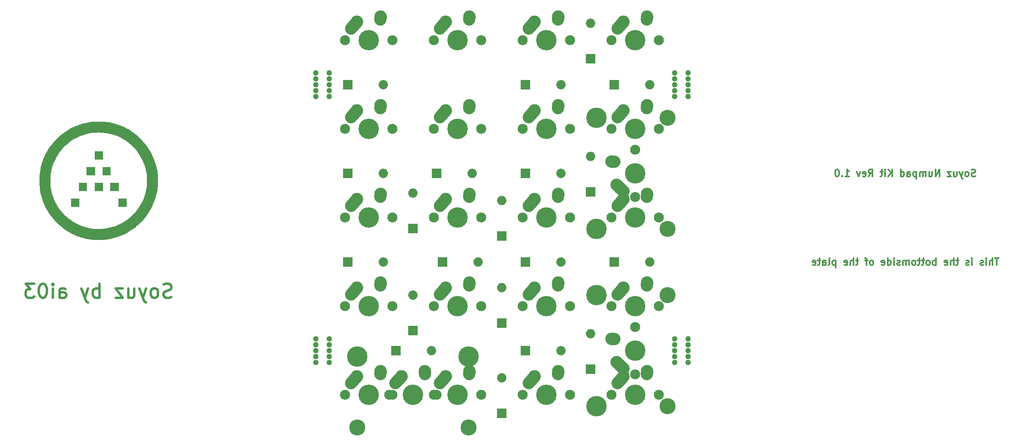
<source format=gbs>
G04 #@! TF.GenerationSoftware,KiCad,Pcbnew,(5.0.0)*
G04 #@! TF.CreationDate,2019-01-13T17:47:15-08:00*
G04 #@! TF.ProjectId,Soyuz,536F79757A2E6B696361645F70636200,rev?*
G04 #@! TF.SameCoordinates,Original*
G04 #@! TF.FileFunction,Soldermask,Bot*
G04 #@! TF.FilePolarity,Negative*
%FSLAX46Y46*%
G04 Gerber Fmt 4.6, Leading zero omitted, Abs format (unit mm)*
G04 Created by KiCad (PCBNEW (5.0.0)) date 01/13/19 17:47:15*
%MOMM*%
%LPD*%
G01*
G04 APERTURE LIST*
%ADD10C,0.500000*%
%ADD11C,0.300000*%
%ADD12C,0.010000*%
%ADD13O,2.000000X2.000000*%
%ADD14R,2.000000X2.000000*%
%ADD15C,2.650000*%
%ADD16C,2.650000*%
%ADD17C,4.387800*%
%ADD18C,2.150000*%
%ADD19C,3.448000*%
%ADD20C,1.187400*%
G04 APERTURE END LIST*
D10*
X-2613392Y-94876785D02*
X-3041964Y-95019642D01*
X-3756250Y-95019642D01*
X-4041964Y-94876785D01*
X-4184821Y-94733928D01*
X-4327678Y-94448214D01*
X-4327678Y-94162500D01*
X-4184821Y-93876785D01*
X-4041964Y-93733928D01*
X-3756250Y-93591071D01*
X-3184821Y-93448214D01*
X-2899107Y-93305357D01*
X-2756250Y-93162500D01*
X-2613392Y-92876785D01*
X-2613392Y-92591071D01*
X-2756250Y-92305357D01*
X-2899107Y-92162500D01*
X-3184821Y-92019642D01*
X-3899107Y-92019642D01*
X-4327678Y-92162500D01*
X-6041964Y-95019642D02*
X-5756250Y-94876785D01*
X-5613392Y-94733928D01*
X-5470535Y-94448214D01*
X-5470535Y-93591071D01*
X-5613392Y-93305357D01*
X-5756250Y-93162500D01*
X-6041964Y-93019642D01*
X-6470535Y-93019642D01*
X-6756250Y-93162500D01*
X-6899107Y-93305357D01*
X-7041964Y-93591071D01*
X-7041964Y-94448214D01*
X-6899107Y-94733928D01*
X-6756250Y-94876785D01*
X-6470535Y-95019642D01*
X-6041964Y-95019642D01*
X-8041964Y-93019642D02*
X-8756250Y-95019642D01*
X-9470535Y-93019642D02*
X-8756250Y-95019642D01*
X-8470535Y-95733928D01*
X-8327678Y-95876785D01*
X-8041964Y-96019642D01*
X-11899107Y-93019642D02*
X-11899107Y-95019642D01*
X-10613392Y-93019642D02*
X-10613392Y-94591071D01*
X-10756250Y-94876785D01*
X-11041964Y-95019642D01*
X-11470535Y-95019642D01*
X-11756250Y-94876785D01*
X-11899107Y-94733928D01*
X-13041964Y-93019642D02*
X-14613392Y-93019642D01*
X-13041964Y-95019642D01*
X-14613392Y-95019642D01*
X-18041964Y-95019642D02*
X-18041964Y-92019642D01*
X-18041964Y-93162500D02*
X-18327678Y-93019642D01*
X-18899107Y-93019642D01*
X-19184821Y-93162500D01*
X-19327678Y-93305357D01*
X-19470535Y-93591071D01*
X-19470535Y-94448214D01*
X-19327678Y-94733928D01*
X-19184821Y-94876785D01*
X-18899107Y-95019642D01*
X-18327678Y-95019642D01*
X-18041964Y-94876785D01*
X-20470535Y-93019642D02*
X-21184821Y-95019642D01*
X-21899107Y-93019642D02*
X-21184821Y-95019642D01*
X-20899107Y-95733928D01*
X-20756249Y-95876785D01*
X-20470535Y-96019642D01*
X-26613392Y-95019642D02*
X-26613392Y-93448214D01*
X-26470535Y-93162500D01*
X-26184821Y-93019642D01*
X-25613392Y-93019642D01*
X-25327678Y-93162500D01*
X-26613392Y-94876785D02*
X-26327678Y-95019642D01*
X-25613392Y-95019642D01*
X-25327678Y-94876785D01*
X-25184821Y-94591071D01*
X-25184821Y-94305357D01*
X-25327678Y-94019642D01*
X-25613392Y-93876785D01*
X-26327678Y-93876785D01*
X-26613392Y-93733928D01*
X-28041964Y-95019642D02*
X-28041964Y-93019642D01*
X-28041964Y-92019642D02*
X-27899107Y-92162500D01*
X-28041964Y-92305357D01*
X-28184821Y-92162500D01*
X-28041964Y-92019642D01*
X-28041964Y-92305357D01*
X-30041964Y-92019642D02*
X-30327678Y-92019642D01*
X-30613392Y-92162500D01*
X-30756249Y-92305357D01*
X-30899107Y-92591071D01*
X-31041964Y-93162500D01*
X-31041964Y-93876785D01*
X-30899107Y-94448214D01*
X-30756249Y-94733928D01*
X-30613392Y-94876785D01*
X-30327678Y-95019642D01*
X-30041964Y-95019642D01*
X-29756249Y-94876785D01*
X-29613392Y-94733928D01*
X-29470535Y-94448214D01*
X-29327678Y-93876785D01*
X-29327678Y-93162500D01*
X-29470535Y-92591071D01*
X-29613392Y-92305357D01*
X-29756249Y-92162500D01*
X-30041964Y-92019642D01*
X-32041964Y-92019642D02*
X-33899107Y-92019642D01*
X-32899107Y-93162500D01*
X-33327678Y-93162500D01*
X-33613392Y-93305357D01*
X-33756249Y-93448214D01*
X-33899107Y-93733928D01*
X-33899107Y-94448214D01*
X-33756249Y-94733928D01*
X-33613392Y-94876785D01*
X-33327678Y-95019642D01*
X-32470535Y-95019642D01*
X-32184821Y-94876785D01*
X-32041964Y-94733928D01*
D11*
X174852678Y-86491071D02*
X173995535Y-86491071D01*
X174424107Y-87991071D02*
X174424107Y-86491071D01*
X173495535Y-87991071D02*
X173495535Y-86491071D01*
X172852678Y-87991071D02*
X172852678Y-87205357D01*
X172924107Y-87062500D01*
X173066964Y-86991071D01*
X173281250Y-86991071D01*
X173424107Y-87062500D01*
X173495535Y-87133928D01*
X172138392Y-87991071D02*
X172138392Y-86991071D01*
X172138392Y-86491071D02*
X172209821Y-86562500D01*
X172138392Y-86633928D01*
X172066964Y-86562500D01*
X172138392Y-86491071D01*
X172138392Y-86633928D01*
X171495535Y-87919642D02*
X171352678Y-87991071D01*
X171066964Y-87991071D01*
X170924107Y-87919642D01*
X170852678Y-87776785D01*
X170852678Y-87705357D01*
X170924107Y-87562500D01*
X171066964Y-87491071D01*
X171281250Y-87491071D01*
X171424107Y-87419642D01*
X171495535Y-87276785D01*
X171495535Y-87205357D01*
X171424107Y-87062500D01*
X171281250Y-86991071D01*
X171066964Y-86991071D01*
X170924107Y-87062500D01*
X169066964Y-87991071D02*
X169066964Y-86991071D01*
X169066964Y-86491071D02*
X169138392Y-86562500D01*
X169066964Y-86633928D01*
X168995535Y-86562500D01*
X169066964Y-86491071D01*
X169066964Y-86633928D01*
X168424107Y-87919642D02*
X168281250Y-87991071D01*
X167995535Y-87991071D01*
X167852678Y-87919642D01*
X167781250Y-87776785D01*
X167781250Y-87705357D01*
X167852678Y-87562500D01*
X167995535Y-87491071D01*
X168209821Y-87491071D01*
X168352678Y-87419642D01*
X168424107Y-87276785D01*
X168424107Y-87205357D01*
X168352678Y-87062500D01*
X168209821Y-86991071D01*
X167995535Y-86991071D01*
X167852678Y-87062500D01*
X166209821Y-86991071D02*
X165638392Y-86991071D01*
X165995535Y-86491071D02*
X165995535Y-87776785D01*
X165924107Y-87919642D01*
X165781250Y-87991071D01*
X165638392Y-87991071D01*
X165138392Y-87991071D02*
X165138392Y-86491071D01*
X164495535Y-87991071D02*
X164495535Y-87205357D01*
X164566964Y-87062500D01*
X164709821Y-86991071D01*
X164924107Y-86991071D01*
X165066964Y-87062500D01*
X165138392Y-87133928D01*
X163209821Y-87919642D02*
X163352678Y-87991071D01*
X163638392Y-87991071D01*
X163781250Y-87919642D01*
X163852678Y-87776785D01*
X163852678Y-87205357D01*
X163781250Y-87062500D01*
X163638392Y-86991071D01*
X163352678Y-86991071D01*
X163209821Y-87062500D01*
X163138392Y-87205357D01*
X163138392Y-87348214D01*
X163852678Y-87491071D01*
X161352678Y-87991071D02*
X161352678Y-86491071D01*
X161352678Y-87062500D02*
X161209821Y-86991071D01*
X160924107Y-86991071D01*
X160781250Y-87062500D01*
X160709821Y-87133928D01*
X160638392Y-87276785D01*
X160638392Y-87705357D01*
X160709821Y-87848214D01*
X160781250Y-87919642D01*
X160924107Y-87991071D01*
X161209821Y-87991071D01*
X161352678Y-87919642D01*
X159781250Y-87991071D02*
X159924107Y-87919642D01*
X159995535Y-87848214D01*
X160066964Y-87705357D01*
X160066964Y-87276785D01*
X159995535Y-87133928D01*
X159924107Y-87062500D01*
X159781250Y-86991071D01*
X159566964Y-86991071D01*
X159424107Y-87062500D01*
X159352678Y-87133928D01*
X159281250Y-87276785D01*
X159281250Y-87705357D01*
X159352678Y-87848214D01*
X159424107Y-87919642D01*
X159566964Y-87991071D01*
X159781250Y-87991071D01*
X158852678Y-86991071D02*
X158281250Y-86991071D01*
X158638392Y-86491071D02*
X158638392Y-87776785D01*
X158566964Y-87919642D01*
X158424107Y-87991071D01*
X158281250Y-87991071D01*
X157995535Y-86991071D02*
X157424107Y-86991071D01*
X157781250Y-86491071D02*
X157781250Y-87776785D01*
X157709821Y-87919642D01*
X157566964Y-87991071D01*
X157424107Y-87991071D01*
X156709821Y-87991071D02*
X156852678Y-87919642D01*
X156924107Y-87848214D01*
X156995535Y-87705357D01*
X156995535Y-87276785D01*
X156924107Y-87133928D01*
X156852678Y-87062500D01*
X156709821Y-86991071D01*
X156495535Y-86991071D01*
X156352678Y-87062500D01*
X156281250Y-87133928D01*
X156209821Y-87276785D01*
X156209821Y-87705357D01*
X156281250Y-87848214D01*
X156352678Y-87919642D01*
X156495535Y-87991071D01*
X156709821Y-87991071D01*
X155566964Y-87991071D02*
X155566964Y-86991071D01*
X155566964Y-87133928D02*
X155495535Y-87062500D01*
X155352678Y-86991071D01*
X155138392Y-86991071D01*
X154995535Y-87062500D01*
X154924107Y-87205357D01*
X154924107Y-87991071D01*
X154924107Y-87205357D02*
X154852678Y-87062500D01*
X154709821Y-86991071D01*
X154495535Y-86991071D01*
X154352678Y-87062500D01*
X154281250Y-87205357D01*
X154281250Y-87991071D01*
X153638392Y-87919642D02*
X153495535Y-87991071D01*
X153209821Y-87991071D01*
X153066964Y-87919642D01*
X152995535Y-87776785D01*
X152995535Y-87705357D01*
X153066964Y-87562500D01*
X153209821Y-87491071D01*
X153424107Y-87491071D01*
X153566964Y-87419642D01*
X153638392Y-87276785D01*
X153638392Y-87205357D01*
X153566964Y-87062500D01*
X153424107Y-86991071D01*
X153209821Y-86991071D01*
X153066964Y-87062500D01*
X152352678Y-87991071D02*
X152352678Y-86991071D01*
X152352678Y-86491071D02*
X152424107Y-86562500D01*
X152352678Y-86633928D01*
X152281250Y-86562500D01*
X152352678Y-86491071D01*
X152352678Y-86633928D01*
X150995535Y-87991071D02*
X150995535Y-86491071D01*
X150995535Y-87919642D02*
X151138392Y-87991071D01*
X151424107Y-87991071D01*
X151566964Y-87919642D01*
X151638392Y-87848214D01*
X151709821Y-87705357D01*
X151709821Y-87276785D01*
X151638392Y-87133928D01*
X151566964Y-87062500D01*
X151424107Y-86991071D01*
X151138392Y-86991071D01*
X150995535Y-87062500D01*
X149709821Y-87919642D02*
X149852678Y-87991071D01*
X150138392Y-87991071D01*
X150281250Y-87919642D01*
X150352678Y-87776785D01*
X150352678Y-87205357D01*
X150281250Y-87062500D01*
X150138392Y-86991071D01*
X149852678Y-86991071D01*
X149709821Y-87062500D01*
X149638392Y-87205357D01*
X149638392Y-87348214D01*
X150352678Y-87491071D01*
X147638392Y-87991071D02*
X147781250Y-87919642D01*
X147852678Y-87848214D01*
X147924107Y-87705357D01*
X147924107Y-87276785D01*
X147852678Y-87133928D01*
X147781250Y-87062500D01*
X147638392Y-86991071D01*
X147424107Y-86991071D01*
X147281250Y-87062500D01*
X147209821Y-87133928D01*
X147138392Y-87276785D01*
X147138392Y-87705357D01*
X147209821Y-87848214D01*
X147281250Y-87919642D01*
X147424107Y-87991071D01*
X147638392Y-87991071D01*
X146709821Y-86991071D02*
X146138392Y-86991071D01*
X146495535Y-87991071D02*
X146495535Y-86705357D01*
X146424107Y-86562500D01*
X146281250Y-86491071D01*
X146138392Y-86491071D01*
X144709821Y-86991071D02*
X144138392Y-86991071D01*
X144495535Y-86491071D02*
X144495535Y-87776785D01*
X144424107Y-87919642D01*
X144281250Y-87991071D01*
X144138392Y-87991071D01*
X143638392Y-87991071D02*
X143638392Y-86491071D01*
X142995535Y-87991071D02*
X142995535Y-87205357D01*
X143066964Y-87062500D01*
X143209821Y-86991071D01*
X143424107Y-86991071D01*
X143566964Y-87062500D01*
X143638392Y-87133928D01*
X141709821Y-87919642D02*
X141852678Y-87991071D01*
X142138392Y-87991071D01*
X142281250Y-87919642D01*
X142352678Y-87776785D01*
X142352678Y-87205357D01*
X142281250Y-87062500D01*
X142138392Y-86991071D01*
X141852678Y-86991071D01*
X141709821Y-87062500D01*
X141638392Y-87205357D01*
X141638392Y-87348214D01*
X142352678Y-87491071D01*
X139852678Y-86991071D02*
X139852678Y-88491071D01*
X139852678Y-87062500D02*
X139709821Y-86991071D01*
X139424107Y-86991071D01*
X139281250Y-87062500D01*
X139209821Y-87133928D01*
X139138392Y-87276785D01*
X139138392Y-87705357D01*
X139209821Y-87848214D01*
X139281250Y-87919642D01*
X139424107Y-87991071D01*
X139709821Y-87991071D01*
X139852678Y-87919642D01*
X138281250Y-87991071D02*
X138424107Y-87919642D01*
X138495535Y-87776785D01*
X138495535Y-86491071D01*
X137066964Y-87991071D02*
X137066964Y-87205357D01*
X137138392Y-87062500D01*
X137281250Y-86991071D01*
X137566964Y-86991071D01*
X137709821Y-87062500D01*
X137066964Y-87919642D02*
X137209821Y-87991071D01*
X137566964Y-87991071D01*
X137709821Y-87919642D01*
X137781250Y-87776785D01*
X137781250Y-87633928D01*
X137709821Y-87491071D01*
X137566964Y-87419642D01*
X137209821Y-87419642D01*
X137066964Y-87348214D01*
X136566964Y-86991071D02*
X135995535Y-86991071D01*
X136352678Y-86491071D02*
X136352678Y-87776785D01*
X136281250Y-87919642D01*
X136138392Y-87991071D01*
X135995535Y-87991071D01*
X134924107Y-87919642D02*
X135066964Y-87991071D01*
X135352678Y-87991071D01*
X135495535Y-87919642D01*
X135566964Y-87776785D01*
X135566964Y-87205357D01*
X135495535Y-87062500D01*
X135352678Y-86991071D01*
X135066964Y-86991071D01*
X134924107Y-87062500D01*
X134852678Y-87205357D01*
X134852678Y-87348214D01*
X135566964Y-87491071D01*
X169816964Y-68869642D02*
X169602678Y-68941071D01*
X169245535Y-68941071D01*
X169102678Y-68869642D01*
X169031250Y-68798214D01*
X168959821Y-68655357D01*
X168959821Y-68512500D01*
X169031250Y-68369642D01*
X169102678Y-68298214D01*
X169245535Y-68226785D01*
X169531250Y-68155357D01*
X169674107Y-68083928D01*
X169745535Y-68012500D01*
X169816964Y-67869642D01*
X169816964Y-67726785D01*
X169745535Y-67583928D01*
X169674107Y-67512500D01*
X169531250Y-67441071D01*
X169174107Y-67441071D01*
X168959821Y-67512500D01*
X168102678Y-68941071D02*
X168245535Y-68869642D01*
X168316964Y-68798214D01*
X168388392Y-68655357D01*
X168388392Y-68226785D01*
X168316964Y-68083928D01*
X168245535Y-68012500D01*
X168102678Y-67941071D01*
X167888392Y-67941071D01*
X167745535Y-68012500D01*
X167674107Y-68083928D01*
X167602678Y-68226785D01*
X167602678Y-68655357D01*
X167674107Y-68798214D01*
X167745535Y-68869642D01*
X167888392Y-68941071D01*
X168102678Y-68941071D01*
X167102678Y-67941071D02*
X166745535Y-68941071D01*
X166388392Y-67941071D02*
X166745535Y-68941071D01*
X166888392Y-69298214D01*
X166959821Y-69369642D01*
X167102678Y-69441071D01*
X165174107Y-67941071D02*
X165174107Y-68941071D01*
X165816964Y-67941071D02*
X165816964Y-68726785D01*
X165745535Y-68869642D01*
X165602678Y-68941071D01*
X165388392Y-68941071D01*
X165245535Y-68869642D01*
X165174107Y-68798214D01*
X164602678Y-67941071D02*
X163816964Y-67941071D01*
X164602678Y-68941071D01*
X163816964Y-68941071D01*
X162102678Y-68941071D02*
X162102678Y-67441071D01*
X161245535Y-68941071D01*
X161245535Y-67441071D01*
X159888392Y-67941071D02*
X159888392Y-68941071D01*
X160531250Y-67941071D02*
X160531250Y-68726785D01*
X160459821Y-68869642D01*
X160316964Y-68941071D01*
X160102678Y-68941071D01*
X159959821Y-68869642D01*
X159888392Y-68798214D01*
X159174107Y-68941071D02*
X159174107Y-67941071D01*
X159174107Y-68083928D02*
X159102678Y-68012500D01*
X158959821Y-67941071D01*
X158745535Y-67941071D01*
X158602678Y-68012500D01*
X158531250Y-68155357D01*
X158531250Y-68941071D01*
X158531250Y-68155357D02*
X158459821Y-68012500D01*
X158316964Y-67941071D01*
X158102678Y-67941071D01*
X157959821Y-68012500D01*
X157888392Y-68155357D01*
X157888392Y-68941071D01*
X157174107Y-67941071D02*
X157174107Y-69441071D01*
X157174107Y-68012500D02*
X157031250Y-67941071D01*
X156745535Y-67941071D01*
X156602678Y-68012500D01*
X156531250Y-68083928D01*
X156459821Y-68226785D01*
X156459821Y-68655357D01*
X156531250Y-68798214D01*
X156602678Y-68869642D01*
X156745535Y-68941071D01*
X157031250Y-68941071D01*
X157174107Y-68869642D01*
X155174107Y-68941071D02*
X155174107Y-68155357D01*
X155245535Y-68012500D01*
X155388392Y-67941071D01*
X155674107Y-67941071D01*
X155816964Y-68012500D01*
X155174107Y-68869642D02*
X155316964Y-68941071D01*
X155674107Y-68941071D01*
X155816964Y-68869642D01*
X155888392Y-68726785D01*
X155888392Y-68583928D01*
X155816964Y-68441071D01*
X155674107Y-68369642D01*
X155316964Y-68369642D01*
X155174107Y-68298214D01*
X153816964Y-68941071D02*
X153816964Y-67441071D01*
X153816964Y-68869642D02*
X153959821Y-68941071D01*
X154245535Y-68941071D01*
X154388392Y-68869642D01*
X154459821Y-68798214D01*
X154531250Y-68655357D01*
X154531250Y-68226785D01*
X154459821Y-68083928D01*
X154388392Y-68012500D01*
X154245535Y-67941071D01*
X153959821Y-67941071D01*
X153816964Y-68012500D01*
X151959821Y-68941071D02*
X151959821Y-67441071D01*
X151102678Y-68941071D02*
X151745535Y-68083928D01*
X151102678Y-67441071D02*
X151959821Y-68298214D01*
X150459821Y-68941071D02*
X150459821Y-67941071D01*
X150459821Y-67441071D02*
X150531250Y-67512500D01*
X150459821Y-67583928D01*
X150388392Y-67512500D01*
X150459821Y-67441071D01*
X150459821Y-67583928D01*
X149959821Y-67941071D02*
X149388392Y-67941071D01*
X149745535Y-67441071D02*
X149745535Y-68726785D01*
X149674107Y-68869642D01*
X149531250Y-68941071D01*
X149388392Y-68941071D01*
X146888392Y-68941071D02*
X147388392Y-68226785D01*
X147745535Y-68941071D02*
X147745535Y-67441071D01*
X147174107Y-67441071D01*
X147031250Y-67512500D01*
X146959821Y-67583928D01*
X146888392Y-67726785D01*
X146888392Y-67941071D01*
X146959821Y-68083928D01*
X147031250Y-68155357D01*
X147174107Y-68226785D01*
X147745535Y-68226785D01*
X145674107Y-68869642D02*
X145816964Y-68941071D01*
X146102678Y-68941071D01*
X146245535Y-68869642D01*
X146316964Y-68726785D01*
X146316964Y-68155357D01*
X146245535Y-68012500D01*
X146102678Y-67941071D01*
X145816964Y-67941071D01*
X145674107Y-68012500D01*
X145602678Y-68155357D01*
X145602678Y-68298214D01*
X146316964Y-68441071D01*
X145102678Y-67941071D02*
X144745535Y-68941071D01*
X144388392Y-67941071D01*
X141888392Y-68941071D02*
X142745535Y-68941071D01*
X142316964Y-68941071D02*
X142316964Y-67441071D01*
X142459821Y-67655357D01*
X142602678Y-67798214D01*
X142745535Y-67869642D01*
X141245535Y-68798214D02*
X141174107Y-68869642D01*
X141245535Y-68941071D01*
X141316964Y-68869642D01*
X141245535Y-68798214D01*
X141245535Y-68941071D01*
X140245535Y-67441071D02*
X140102678Y-67441071D01*
X139959821Y-67512500D01*
X139888392Y-67583928D01*
X139816964Y-67726785D01*
X139745535Y-68012500D01*
X139745535Y-68369642D01*
X139816964Y-68655357D01*
X139888392Y-68798214D01*
X139959821Y-68869642D01*
X140102678Y-68941071D01*
X140245535Y-68941071D01*
X140388392Y-68869642D01*
X140459821Y-68798214D01*
X140531250Y-68655357D01*
X140602678Y-68369642D01*
X140602678Y-68012500D01*
X140531250Y-67726785D01*
X140459821Y-67583928D01*
X140388392Y-67512500D01*
X140245535Y-67441071D01*
D12*
G04 #@! TO.C,G\002A\002A\002A*
G36*
X-19069049Y-65244133D02*
X-17341850Y-65244133D01*
X-17341850Y-63516933D01*
X-19069049Y-63516933D01*
X-19069049Y-65244133D01*
X-19069049Y-65244133D01*
G37*
X-19069049Y-65244133D02*
X-17341850Y-65244133D01*
X-17341850Y-63516933D01*
X-19069049Y-63516933D01*
X-19069049Y-65244133D01*
G36*
X-20796249Y-68596933D02*
X-19069049Y-68596933D01*
X-19069049Y-66971333D01*
X-20796249Y-66971333D01*
X-20796249Y-68596933D01*
X-20796249Y-68596933D01*
G37*
X-20796249Y-68596933D02*
X-19069049Y-68596933D01*
X-19069049Y-66971333D01*
X-20796249Y-66971333D01*
X-20796249Y-68596933D01*
G36*
X-17341850Y-68596933D02*
X-15716250Y-68596933D01*
X-15716250Y-66971333D01*
X-17341850Y-66971333D01*
X-17341850Y-68596933D01*
X-17341850Y-68596933D01*
G37*
X-17341850Y-68596933D02*
X-15716250Y-68596933D01*
X-15716250Y-66971333D01*
X-17341850Y-66971333D01*
X-17341850Y-68596933D01*
G36*
X-22421850Y-72051333D02*
X-20796249Y-72051333D01*
X-20796249Y-70324133D01*
X-22421850Y-70324133D01*
X-22421850Y-72051333D01*
X-22421850Y-72051333D01*
G37*
X-22421850Y-72051333D02*
X-20796249Y-72051333D01*
X-20796249Y-70324133D01*
X-22421850Y-70324133D01*
X-22421850Y-72051333D01*
G36*
X-19069049Y-72051333D02*
X-17341850Y-72051333D01*
X-17341850Y-70324133D01*
X-19069049Y-70324133D01*
X-19069049Y-72051333D01*
X-19069049Y-72051333D01*
G37*
X-19069049Y-72051333D02*
X-17341850Y-72051333D01*
X-17341850Y-70324133D01*
X-19069049Y-70324133D01*
X-19069049Y-72051333D01*
G36*
X-15716250Y-72051333D02*
X-13989050Y-72051333D01*
X-13989050Y-70324133D01*
X-15716250Y-70324133D01*
X-15716250Y-72051333D01*
X-15716250Y-72051333D01*
G37*
X-15716250Y-72051333D02*
X-13989050Y-72051333D01*
X-13989050Y-70324133D01*
X-15716250Y-70324133D01*
X-15716250Y-72051333D01*
G36*
X-24149050Y-75404133D02*
X-22421850Y-75404133D01*
X-22421850Y-73676933D01*
X-24149050Y-73676933D01*
X-24149050Y-75404133D01*
X-24149050Y-75404133D01*
G37*
X-24149050Y-75404133D02*
X-22421850Y-75404133D01*
X-22421850Y-73676933D01*
X-24149050Y-73676933D01*
X-24149050Y-75404133D01*
G36*
X-13989050Y-75404133D02*
X-12261849Y-75404133D01*
X-12261849Y-73676933D01*
X-13989050Y-73676933D01*
X-13989050Y-75404133D01*
X-13989050Y-75404133D01*
G37*
X-13989050Y-75404133D02*
X-12261849Y-75404133D01*
X-12261849Y-73676933D01*
X-13989050Y-73676933D01*
X-13989050Y-75404133D01*
G36*
X-18273183Y-57169656D02*
X-18802755Y-57175504D01*
X-19279392Y-57193240D01*
X-19717123Y-57224587D01*
X-20129981Y-57271267D01*
X-20531995Y-57335003D01*
X-20937196Y-57417517D01*
X-21359615Y-57520532D01*
X-21552803Y-57572318D01*
X-22442605Y-57850667D01*
X-23304847Y-58189164D01*
X-24136261Y-58586117D01*
X-24933580Y-59039836D01*
X-25693537Y-59548629D01*
X-26342690Y-60052097D01*
X-27015409Y-60652525D01*
X-27644046Y-61298691D01*
X-28225683Y-61986040D01*
X-28757404Y-62710018D01*
X-29236291Y-63466070D01*
X-29659427Y-64249640D01*
X-30023895Y-65056173D01*
X-30326778Y-65881116D01*
X-30534795Y-66597960D01*
X-30675896Y-67195233D01*
X-30784099Y-67758158D01*
X-30862574Y-68309720D01*
X-30914490Y-68872904D01*
X-30943015Y-69470693D01*
X-30945804Y-69579066D01*
X-30934201Y-70510466D01*
X-30856570Y-71426875D01*
X-30712934Y-72328167D01*
X-30503317Y-73214218D01*
X-30227743Y-74084900D01*
X-29953835Y-74784344D01*
X-29834018Y-75062808D01*
X-29731352Y-75293881D01*
X-29638045Y-75493147D01*
X-29546305Y-75676189D01*
X-29448340Y-75858589D01*
X-29336358Y-76055931D01*
X-29212091Y-76267733D01*
X-28703424Y-77062490D01*
X-28148311Y-77807984D01*
X-27546186Y-78504783D01*
X-26896484Y-79153451D01*
X-26198638Y-79754554D01*
X-25452085Y-80308657D01*
X-24673983Y-80805841D01*
X-24448577Y-80937975D01*
X-24252681Y-81048808D01*
X-24070713Y-81146131D01*
X-23887089Y-81237736D01*
X-23686227Y-81331415D01*
X-23452544Y-81434960D01*
X-23190594Y-81547585D01*
X-22779998Y-81716322D01*
X-22401470Y-81857287D01*
X-22029782Y-81978833D01*
X-21639707Y-82089312D01*
X-21287316Y-82177773D01*
X-20585379Y-82329472D01*
X-19915109Y-82439026D01*
X-19257069Y-82508742D01*
X-18591818Y-82540925D01*
X-18205450Y-82543388D01*
X-17986917Y-82541191D01*
X-17781600Y-82538181D01*
X-17602910Y-82534629D01*
X-17464261Y-82530802D01*
X-17379065Y-82526971D01*
X-17375716Y-82526730D01*
X-16453375Y-82424536D01*
X-15545612Y-82258193D01*
X-14656093Y-82029057D01*
X-13788485Y-81738480D01*
X-12946452Y-81387819D01*
X-12133660Y-80978427D01*
X-11353774Y-80511659D01*
X-10709696Y-80063528D01*
X-9971871Y-79473249D01*
X-9286288Y-78840240D01*
X-8653905Y-78165900D01*
X-8075679Y-77451629D01*
X-7552566Y-76698826D01*
X-7085523Y-75908889D01*
X-6675507Y-75083217D01*
X-6323476Y-74223210D01*
X-6030385Y-73330267D01*
X-5978568Y-73146553D01*
X-5866072Y-72712231D01*
X-5774829Y-72301246D01*
X-5703115Y-71899567D01*
X-5649209Y-71493164D01*
X-5611387Y-71068005D01*
X-5587926Y-70610061D01*
X-5577105Y-70105301D01*
X-5575906Y-69866933D01*
X-5578789Y-69630726D01*
X-7848970Y-69630726D01*
X-7849412Y-69972649D01*
X-7856516Y-70312551D01*
X-7870154Y-70633089D01*
X-7890195Y-70916921D01*
X-7906066Y-71069199D01*
X-8042061Y-71911003D01*
X-8241108Y-72728562D01*
X-8502440Y-73520279D01*
X-8825292Y-74284554D01*
X-9208897Y-75019789D01*
X-9652489Y-75724386D01*
X-10155304Y-76396745D01*
X-10716573Y-77035267D01*
X-10811872Y-77134309D01*
X-11384605Y-77676493D01*
X-12006267Y-78179686D01*
X-12665341Y-78635450D01*
X-13350304Y-79035349D01*
X-13545669Y-79136415D01*
X-13863144Y-79292785D01*
X-14141508Y-79421720D01*
X-14399628Y-79530808D01*
X-14656370Y-79627637D01*
X-14930601Y-79719795D01*
X-15208250Y-79805103D01*
X-16015557Y-80015932D01*
X-16808095Y-80162922D01*
X-17592046Y-80246645D01*
X-18373594Y-80267674D01*
X-19158924Y-80226580D01*
X-19442836Y-80196797D01*
X-20242117Y-80073305D01*
X-21008330Y-79894920D01*
X-21752172Y-79658441D01*
X-22484339Y-79360672D01*
X-22898023Y-79163560D01*
X-23626053Y-78764974D01*
X-24306228Y-78322369D01*
X-24941782Y-77832822D01*
X-25535948Y-77293412D01*
X-26091958Y-76701219D01*
X-26613046Y-76053320D01*
X-27074989Y-75389240D01*
X-27182191Y-75213488D01*
X-27307303Y-74991077D01*
X-27442557Y-74737450D01*
X-27580190Y-74468053D01*
X-27712435Y-74198330D01*
X-27831527Y-73943724D01*
X-27929700Y-73719681D01*
X-27987034Y-73575333D01*
X-28255270Y-72758091D01*
X-28457492Y-71935739D01*
X-28593528Y-71110586D01*
X-28663206Y-70284943D01*
X-28666353Y-69461121D01*
X-28602797Y-68641430D01*
X-28472365Y-67828181D01*
X-28430537Y-67631733D01*
X-28286968Y-67050217D01*
X-28123524Y-66511834D01*
X-27931788Y-65992962D01*
X-27703346Y-65469977D01*
X-27542665Y-65139419D01*
X-27142858Y-64419002D01*
X-26687074Y-63734472D01*
X-26178588Y-63088903D01*
X-25620676Y-62485366D01*
X-25016614Y-61926933D01*
X-24369676Y-61416676D01*
X-23683139Y-60957668D01*
X-22960278Y-60552981D01*
X-22345104Y-60264846D01*
X-21612822Y-59981562D01*
X-20876593Y-59759704D01*
X-20127847Y-59597534D01*
X-19358013Y-59493310D01*
X-18558523Y-59445293D01*
X-18290116Y-59441496D01*
X-17444914Y-59468677D01*
X-16627302Y-59556758D01*
X-15833980Y-59706739D01*
X-15061645Y-59919617D01*
X-14306996Y-60196390D01*
X-13566730Y-60538057D01*
X-12837546Y-60945615D01*
X-12407906Y-61219575D01*
X-11812991Y-61652760D01*
X-11240413Y-62141319D01*
X-10697171Y-62677045D01*
X-10190266Y-63251731D01*
X-9726698Y-63857171D01*
X-9313466Y-64485159D01*
X-8957570Y-65127487D01*
X-8809108Y-65438608D01*
X-8547122Y-66056674D01*
X-8332802Y-66650759D01*
X-8161041Y-67239337D01*
X-8026727Y-67840885D01*
X-7924754Y-68473876D01*
X-7888910Y-68766266D01*
X-7868590Y-69010192D01*
X-7855320Y-69304126D01*
X-7848970Y-69630726D01*
X-5578789Y-69630726D01*
X-5583353Y-69256819D01*
X-5608414Y-68698454D01*
X-5653531Y-68177572D01*
X-5721146Y-67679909D01*
X-5813700Y-67191202D01*
X-5933634Y-66697186D01*
X-6083390Y-66183596D01*
X-6265410Y-65636169D01*
X-6332372Y-65447333D01*
X-6666813Y-64616531D01*
X-7062932Y-63812973D01*
X-7519917Y-63037776D01*
X-8036953Y-62292062D01*
X-8613227Y-61576948D01*
X-9247924Y-60893554D01*
X-9940231Y-60243000D01*
X-10396072Y-59858232D01*
X-10762274Y-59578794D01*
X-11178441Y-59291536D01*
X-11629040Y-59005893D01*
X-12098537Y-58731302D01*
X-12571400Y-58477198D01*
X-13032095Y-58253019D01*
X-13057716Y-58241315D01*
X-13356215Y-58113858D01*
X-13702588Y-57979945D01*
X-14078189Y-57845888D01*
X-14464373Y-57717996D01*
X-14842496Y-57602581D01*
X-15193910Y-57505952D01*
X-15329956Y-57472274D01*
X-15727714Y-57383666D01*
X-16107337Y-57312582D01*
X-16482824Y-57257583D01*
X-16868172Y-57217230D01*
X-17277382Y-57190083D01*
X-17724450Y-57174704D01*
X-18223376Y-57169652D01*
X-18273183Y-57169656D01*
X-18273183Y-57169656D01*
G37*
X-18273183Y-57169656D02*
X-18802755Y-57175504D01*
X-19279392Y-57193240D01*
X-19717123Y-57224587D01*
X-20129981Y-57271267D01*
X-20531995Y-57335003D01*
X-20937196Y-57417517D01*
X-21359615Y-57520532D01*
X-21552803Y-57572318D01*
X-22442605Y-57850667D01*
X-23304847Y-58189164D01*
X-24136261Y-58586117D01*
X-24933580Y-59039836D01*
X-25693537Y-59548629D01*
X-26342690Y-60052097D01*
X-27015409Y-60652525D01*
X-27644046Y-61298691D01*
X-28225683Y-61986040D01*
X-28757404Y-62710018D01*
X-29236291Y-63466070D01*
X-29659427Y-64249640D01*
X-30023895Y-65056173D01*
X-30326778Y-65881116D01*
X-30534795Y-66597960D01*
X-30675896Y-67195233D01*
X-30784099Y-67758158D01*
X-30862574Y-68309720D01*
X-30914490Y-68872904D01*
X-30943015Y-69470693D01*
X-30945804Y-69579066D01*
X-30934201Y-70510466D01*
X-30856570Y-71426875D01*
X-30712934Y-72328167D01*
X-30503317Y-73214218D01*
X-30227743Y-74084900D01*
X-29953835Y-74784344D01*
X-29834018Y-75062808D01*
X-29731352Y-75293881D01*
X-29638045Y-75493147D01*
X-29546305Y-75676189D01*
X-29448340Y-75858589D01*
X-29336358Y-76055931D01*
X-29212091Y-76267733D01*
X-28703424Y-77062490D01*
X-28148311Y-77807984D01*
X-27546186Y-78504783D01*
X-26896484Y-79153451D01*
X-26198638Y-79754554D01*
X-25452085Y-80308657D01*
X-24673983Y-80805841D01*
X-24448577Y-80937975D01*
X-24252681Y-81048808D01*
X-24070713Y-81146131D01*
X-23887089Y-81237736D01*
X-23686227Y-81331415D01*
X-23452544Y-81434960D01*
X-23190594Y-81547585D01*
X-22779998Y-81716322D01*
X-22401470Y-81857287D01*
X-22029782Y-81978833D01*
X-21639707Y-82089312D01*
X-21287316Y-82177773D01*
X-20585379Y-82329472D01*
X-19915109Y-82439026D01*
X-19257069Y-82508742D01*
X-18591818Y-82540925D01*
X-18205450Y-82543388D01*
X-17986917Y-82541191D01*
X-17781600Y-82538181D01*
X-17602910Y-82534629D01*
X-17464261Y-82530802D01*
X-17379065Y-82526971D01*
X-17375716Y-82526730D01*
X-16453375Y-82424536D01*
X-15545612Y-82258193D01*
X-14656093Y-82029057D01*
X-13788485Y-81738480D01*
X-12946452Y-81387819D01*
X-12133660Y-80978427D01*
X-11353774Y-80511659D01*
X-10709696Y-80063528D01*
X-9971871Y-79473249D01*
X-9286288Y-78840240D01*
X-8653905Y-78165900D01*
X-8075679Y-77451629D01*
X-7552566Y-76698826D01*
X-7085523Y-75908889D01*
X-6675507Y-75083217D01*
X-6323476Y-74223210D01*
X-6030385Y-73330267D01*
X-5978568Y-73146553D01*
X-5866072Y-72712231D01*
X-5774829Y-72301246D01*
X-5703115Y-71899567D01*
X-5649209Y-71493164D01*
X-5611387Y-71068005D01*
X-5587926Y-70610061D01*
X-5577105Y-70105301D01*
X-5575906Y-69866933D01*
X-5578789Y-69630726D01*
X-7848970Y-69630726D01*
X-7849412Y-69972649D01*
X-7856516Y-70312551D01*
X-7870154Y-70633089D01*
X-7890195Y-70916921D01*
X-7906066Y-71069199D01*
X-8042061Y-71911003D01*
X-8241108Y-72728562D01*
X-8502440Y-73520279D01*
X-8825292Y-74284554D01*
X-9208897Y-75019789D01*
X-9652489Y-75724386D01*
X-10155304Y-76396745D01*
X-10716573Y-77035267D01*
X-10811872Y-77134309D01*
X-11384605Y-77676493D01*
X-12006267Y-78179686D01*
X-12665341Y-78635450D01*
X-13350304Y-79035349D01*
X-13545669Y-79136415D01*
X-13863144Y-79292785D01*
X-14141508Y-79421720D01*
X-14399628Y-79530808D01*
X-14656370Y-79627637D01*
X-14930601Y-79719795D01*
X-15208250Y-79805103D01*
X-16015557Y-80015932D01*
X-16808095Y-80162922D01*
X-17592046Y-80246645D01*
X-18373594Y-80267674D01*
X-19158924Y-80226580D01*
X-19442836Y-80196797D01*
X-20242117Y-80073305D01*
X-21008330Y-79894920D01*
X-21752172Y-79658441D01*
X-22484339Y-79360672D01*
X-22898023Y-79163560D01*
X-23626053Y-78764974D01*
X-24306228Y-78322369D01*
X-24941782Y-77832822D01*
X-25535948Y-77293412D01*
X-26091958Y-76701219D01*
X-26613046Y-76053320D01*
X-27074989Y-75389240D01*
X-27182191Y-75213488D01*
X-27307303Y-74991077D01*
X-27442557Y-74737450D01*
X-27580190Y-74468053D01*
X-27712435Y-74198330D01*
X-27831527Y-73943724D01*
X-27929700Y-73719681D01*
X-27987034Y-73575333D01*
X-28255270Y-72758091D01*
X-28457492Y-71935739D01*
X-28593528Y-71110586D01*
X-28663206Y-70284943D01*
X-28666353Y-69461121D01*
X-28602797Y-68641430D01*
X-28472365Y-67828181D01*
X-28430537Y-67631733D01*
X-28286968Y-67050217D01*
X-28123524Y-66511834D01*
X-27931788Y-65992962D01*
X-27703346Y-65469977D01*
X-27542665Y-65139419D01*
X-27142858Y-64419002D01*
X-26687074Y-63734472D01*
X-26178588Y-63088903D01*
X-25620676Y-62485366D01*
X-25016614Y-61926933D01*
X-24369676Y-61416676D01*
X-23683139Y-60957668D01*
X-22960278Y-60552981D01*
X-22345104Y-60264846D01*
X-21612822Y-59981562D01*
X-20876593Y-59759704D01*
X-20127847Y-59597534D01*
X-19358013Y-59493310D01*
X-18558523Y-59445293D01*
X-18290116Y-59441496D01*
X-17444914Y-59468677D01*
X-16627302Y-59556758D01*
X-15833980Y-59706739D01*
X-15061645Y-59919617D01*
X-14306996Y-60196390D01*
X-13566730Y-60538057D01*
X-12837546Y-60945615D01*
X-12407906Y-61219575D01*
X-11812991Y-61652760D01*
X-11240413Y-62141319D01*
X-10697171Y-62677045D01*
X-10190266Y-63251731D01*
X-9726698Y-63857171D01*
X-9313466Y-64485159D01*
X-8957570Y-65127487D01*
X-8809108Y-65438608D01*
X-8547122Y-66056674D01*
X-8332802Y-66650759D01*
X-8161041Y-67239337D01*
X-8026727Y-67840885D01*
X-7924754Y-68473876D01*
X-7888910Y-68766266D01*
X-7868590Y-69010192D01*
X-7855320Y-69304126D01*
X-7848970Y-69630726D01*
X-5578789Y-69630726D01*
X-5583353Y-69256819D01*
X-5608414Y-68698454D01*
X-5653531Y-68177572D01*
X-5721146Y-67679909D01*
X-5813700Y-67191202D01*
X-5933634Y-66697186D01*
X-6083390Y-66183596D01*
X-6265410Y-65636169D01*
X-6332372Y-65447333D01*
X-6666813Y-64616531D01*
X-7062932Y-63812973D01*
X-7519917Y-63037776D01*
X-8036953Y-62292062D01*
X-8613227Y-61576948D01*
X-9247924Y-60893554D01*
X-9940231Y-60243000D01*
X-10396072Y-59858232D01*
X-10762274Y-59578794D01*
X-11178441Y-59291536D01*
X-11629040Y-59005893D01*
X-12098537Y-58731302D01*
X-12571400Y-58477198D01*
X-13032095Y-58253019D01*
X-13057716Y-58241315D01*
X-13356215Y-58113858D01*
X-13702588Y-57979945D01*
X-14078189Y-57845888D01*
X-14464373Y-57717996D01*
X-14842496Y-57602581D01*
X-15193910Y-57505952D01*
X-15329956Y-57472274D01*
X-15727714Y-57383666D01*
X-16107337Y-57312582D01*
X-16482824Y-57257583D01*
X-16868172Y-57217230D01*
X-17277382Y-57190083D01*
X-17724450Y-57174704D01*
X-18223376Y-57169652D01*
X-18273183Y-57169656D01*
G04 #@! TD*
D13*
G04 #@! TO.C,D1*
X42862500Y-49212500D03*
D14*
X35242500Y-49212500D03*
G04 #@! TD*
D13*
G04 #@! TO.C,D2*
X61912500Y-68262500D03*
D14*
X54292500Y-68262500D03*
G04 #@! TD*
D13*
G04 #@! TO.C,D3*
X87312500Y-36036250D03*
D14*
X87312500Y-43656250D03*
G04 #@! TD*
G04 #@! TO.C,D4*
X92392500Y-49212500D03*
D13*
X100012500Y-49212500D03*
G04 #@! TD*
G04 #@! TO.C,D5*
X42862500Y-68262500D03*
D14*
X35242500Y-68262500D03*
G04 #@! TD*
G04 #@! TO.C,D6*
X73342500Y-68262500D03*
D13*
X80962500Y-68262500D03*
G04 #@! TD*
G04 #@! TO.C,D7*
X80962500Y-49212500D03*
D14*
X73342500Y-49212500D03*
G04 #@! TD*
G04 #@! TO.C,D8*
X87312500Y-72231250D03*
D13*
X87312500Y-64611250D03*
G04 #@! TD*
G04 #@! TO.C,D9*
X49212500Y-72548750D03*
D14*
X49212500Y-80168750D03*
G04 #@! TD*
G04 #@! TO.C,D10*
X68262500Y-81756250D03*
D13*
X68262500Y-74136250D03*
G04 #@! TD*
G04 #@! TO.C,D11*
X63182500Y-87312500D03*
D14*
X55562500Y-87312500D03*
G04 #@! TD*
G04 #@! TO.C,D12*
X92392500Y-87312500D03*
D13*
X100012500Y-87312500D03*
G04 #@! TD*
G04 #@! TO.C,D13*
X42862500Y-87312500D03*
D14*
X35242500Y-87312500D03*
G04 #@! TD*
D13*
G04 #@! TO.C,D14*
X49212500Y-94456250D03*
D14*
X49212500Y-102076250D03*
G04 #@! TD*
D13*
G04 #@! TO.C,D15*
X68262500Y-92868750D03*
D14*
X68262500Y-100488750D03*
G04 #@! TD*
G04 #@! TO.C,D16*
X73342500Y-87312500D03*
D13*
X80962500Y-87312500D03*
G04 #@! TD*
G04 #@! TO.C,D17*
X53181250Y-106362500D03*
D14*
X45561250Y-106362500D03*
G04 #@! TD*
G04 #@! TO.C,D18*
X68262500Y-119856250D03*
D13*
X68262500Y-112236250D03*
G04 #@! TD*
D14*
G04 #@! TO.C,D19*
X73342500Y-106362500D03*
D13*
X80962500Y-106362500D03*
G04 #@! TD*
D14*
G04 #@! TO.C,D20*
X87312500Y-110331250D03*
D13*
X87312500Y-102711250D03*
G04 #@! TD*
D15*
G04 #@! TO.C,MX1*
X42207500Y-34897500D03*
D16*
X42187500Y-35187500D02*
X42227500Y-34607500D01*
D15*
X42227500Y-34607500D03*
X36532501Y-36417500D03*
D16*
X35877500Y-37147500D02*
X37187502Y-35687500D01*
D17*
X39687500Y-39687500D03*
D15*
X37187500Y-35687500D03*
D18*
X34607500Y-39687500D03*
X44767500Y-39687500D03*
G04 #@! TD*
G04 #@! TO.C,MX2*
X63817500Y-39687500D03*
X53657500Y-39687500D03*
D15*
X56237500Y-35687500D03*
D17*
X58737500Y-39687500D03*
D15*
X55582501Y-36417500D03*
D16*
X54927500Y-37147500D02*
X56237502Y-35687500D01*
D15*
X61277500Y-34607500D03*
X61257500Y-34897500D03*
D16*
X61237500Y-35187500D02*
X61277500Y-34607500D01*
G04 #@! TD*
D15*
G04 #@! TO.C,MX3*
X80307500Y-34897500D03*
D16*
X80287500Y-35187500D02*
X80327500Y-34607500D01*
D15*
X80327500Y-34607500D03*
X74632501Y-36417500D03*
D16*
X73977500Y-37147500D02*
X75287502Y-35687500D01*
D17*
X77787500Y-39687500D03*
D15*
X75287500Y-35687500D03*
D18*
X72707500Y-39687500D03*
X82867500Y-39687500D03*
G04 #@! TD*
G04 #@! TO.C,MX4*
X101917500Y-39687500D03*
X91757500Y-39687500D03*
D15*
X94337500Y-35687500D03*
D17*
X96837500Y-39687500D03*
D15*
X93682501Y-36417500D03*
D16*
X93027500Y-37147500D02*
X94337502Y-35687500D01*
D15*
X99377500Y-34607500D03*
X99357500Y-34897500D03*
D16*
X99337500Y-35187500D02*
X99377500Y-34607500D01*
G04 #@! TD*
D15*
G04 #@! TO.C,MX5*
X42207500Y-53947500D03*
D16*
X42187500Y-54237500D02*
X42227500Y-53657500D01*
D15*
X42227500Y-53657500D03*
X36532501Y-55467500D03*
D16*
X35877500Y-56197500D02*
X37187502Y-54737500D01*
D17*
X39687500Y-58737500D03*
D15*
X37187500Y-54737500D03*
D18*
X34607500Y-58737500D03*
X44767500Y-58737500D03*
G04 #@! TD*
G04 #@! TO.C,MX6*
X63817500Y-58737500D03*
X53657500Y-58737500D03*
D15*
X56237500Y-54737500D03*
D17*
X58737500Y-58737500D03*
D15*
X55582501Y-55467500D03*
D16*
X54927500Y-56197500D02*
X56237502Y-54737500D01*
D15*
X61277500Y-53657500D03*
X61257500Y-53947500D03*
D16*
X61237500Y-54237500D02*
X61277500Y-53657500D01*
G04 #@! TD*
D15*
G04 #@! TO.C,MX7*
X80307500Y-53947500D03*
D16*
X80287500Y-54237500D02*
X80327500Y-53657500D01*
D15*
X80327500Y-53657500D03*
X74632501Y-55467500D03*
D16*
X73977500Y-56197500D02*
X75287502Y-54737500D01*
D17*
X77787500Y-58737500D03*
D15*
X75287500Y-54737500D03*
D18*
X72707500Y-58737500D03*
X82867500Y-58737500D03*
G04 #@! TD*
D15*
G04 #@! TO.C,MX8*
X99357500Y-53947500D03*
D16*
X99337500Y-54237500D02*
X99377500Y-53657500D01*
D15*
X99377500Y-53657500D03*
X93682501Y-55467500D03*
D16*
X93027500Y-56197500D02*
X94337502Y-54737500D01*
D17*
X96837500Y-58737500D03*
D15*
X94337500Y-54737500D03*
D18*
X91757500Y-58737500D03*
X101917500Y-58737500D03*
G04 #@! TD*
D15*
G04 #@! TO.C,MX9*
X92047500Y-65742500D03*
D16*
X92337500Y-65762500D02*
X91757500Y-65722500D01*
D15*
X91757500Y-65722500D03*
X93567500Y-71417499D03*
D16*
X94297500Y-72072500D02*
X92837500Y-70762498D01*
D17*
X96837500Y-68262500D03*
D15*
X92837500Y-70762500D03*
D18*
X96837500Y-73342500D03*
X96837500Y-63182500D03*
D19*
X103822500Y-80200500D03*
X103822500Y-56324500D03*
D17*
X88582500Y-80200500D03*
X88582500Y-56324500D03*
G04 #@! TD*
D18*
G04 #@! TO.C,MX10*
X44767500Y-77787500D03*
X34607500Y-77787500D03*
D15*
X37187500Y-73787500D03*
D17*
X39687500Y-77787500D03*
D15*
X36532501Y-74517500D03*
D16*
X35877500Y-75247500D02*
X37187502Y-73787500D01*
D15*
X42227500Y-72707500D03*
X42207500Y-72997500D03*
D16*
X42187500Y-73287500D02*
X42227500Y-72707500D01*
G04 #@! TD*
D18*
G04 #@! TO.C,MX11*
X63817500Y-77787500D03*
X53657500Y-77787500D03*
D15*
X56237500Y-73787500D03*
D17*
X58737500Y-77787500D03*
D15*
X55582501Y-74517500D03*
D16*
X54927500Y-75247500D02*
X56237502Y-73787500D01*
D15*
X61277500Y-72707500D03*
X61257500Y-72997500D03*
D16*
X61237500Y-73287500D02*
X61277500Y-72707500D01*
G04 #@! TD*
D18*
G04 #@! TO.C,MX12*
X82867500Y-77787500D03*
X72707500Y-77787500D03*
D15*
X75287500Y-73787500D03*
D17*
X77787500Y-77787500D03*
D15*
X74632501Y-74517500D03*
D16*
X73977500Y-75247500D02*
X75287502Y-73787500D01*
D15*
X80327500Y-72707500D03*
X80307500Y-72997500D03*
D16*
X80287500Y-73287500D02*
X80327500Y-72707500D01*
G04 #@! TD*
D15*
G04 #@! TO.C,MX13*
X99357500Y-72997500D03*
D16*
X99337500Y-73287500D02*
X99377500Y-72707500D01*
D15*
X99377500Y-72707500D03*
X93682501Y-74517500D03*
D16*
X93027500Y-75247500D02*
X94337502Y-73787500D01*
D17*
X96837500Y-77787500D03*
D15*
X94337500Y-73787500D03*
D18*
X91757500Y-77787500D03*
X101917500Y-77787500D03*
G04 #@! TD*
D15*
G04 #@! TO.C,MX14*
X42207500Y-92047500D03*
D16*
X42187500Y-92337500D02*
X42227500Y-91757500D01*
D15*
X42227500Y-91757500D03*
X36532501Y-93567500D03*
D16*
X35877500Y-94297500D02*
X37187502Y-92837500D01*
D17*
X39687500Y-96837500D03*
D15*
X37187500Y-92837500D03*
D18*
X34607500Y-96837500D03*
X44767500Y-96837500D03*
G04 #@! TD*
G04 #@! TO.C,MX15*
X63817500Y-96837500D03*
X53657500Y-96837500D03*
D15*
X56237500Y-92837500D03*
D17*
X58737500Y-96837500D03*
D15*
X55582501Y-93567500D03*
D16*
X54927500Y-94297500D02*
X56237502Y-92837500D01*
D15*
X61277500Y-91757500D03*
X61257500Y-92047500D03*
D16*
X61237500Y-92337500D02*
X61277500Y-91757500D01*
G04 #@! TD*
D15*
G04 #@! TO.C,MX16*
X80307500Y-92047500D03*
D16*
X80287500Y-92337500D02*
X80327500Y-91757500D01*
D15*
X80327500Y-91757500D03*
X74632501Y-93567500D03*
D16*
X73977500Y-94297500D02*
X75287502Y-92837500D01*
D17*
X77787500Y-96837500D03*
D15*
X75287500Y-92837500D03*
D18*
X72707500Y-96837500D03*
X82867500Y-96837500D03*
G04 #@! TD*
G04 #@! TO.C,MX17*
X101917500Y-96837500D03*
X91757500Y-96837500D03*
D15*
X94337500Y-92837500D03*
D17*
X96837500Y-96837500D03*
D15*
X93682501Y-93567500D03*
D16*
X93027500Y-94297500D02*
X94337502Y-92837500D01*
D15*
X99377500Y-91757500D03*
X99357500Y-92047500D03*
D16*
X99337500Y-92337500D02*
X99377500Y-91757500D01*
G04 #@! TD*
D17*
G04 #@! TO.C,MX18*
X88582500Y-94424500D03*
X88582500Y-118300500D03*
D19*
X103822500Y-94424500D03*
X103822500Y-118300500D03*
D18*
X96837500Y-101282500D03*
X96837500Y-111442500D03*
D15*
X92837500Y-108862500D03*
D17*
X96837500Y-106362500D03*
D15*
X93567500Y-109517499D03*
D16*
X94297500Y-110172500D02*
X92837500Y-108862498D01*
D15*
X91757500Y-103822500D03*
X92047500Y-103842500D03*
D16*
X92337500Y-103862500D02*
X91757500Y-103822500D01*
G04 #@! TD*
D15*
G04 #@! TO.C,MX19*
X42207500Y-111097500D03*
D16*
X42187500Y-111387500D02*
X42227500Y-110807500D01*
D15*
X42227500Y-110807500D03*
X36532501Y-112617500D03*
D16*
X35877500Y-113347500D02*
X37187502Y-111887500D01*
D17*
X39687500Y-115887500D03*
D15*
X37187500Y-111887500D03*
D18*
X34607500Y-115887500D03*
X44767500Y-115887500D03*
G04 #@! TD*
G04 #@! TO.C,MX20*
X63817500Y-115887500D03*
X53657500Y-115887500D03*
D15*
X56237500Y-111887500D03*
D17*
X58737500Y-115887500D03*
D15*
X55582501Y-112617500D03*
D16*
X54927500Y-113347500D02*
X56237502Y-111887500D01*
D15*
X61277500Y-110807500D03*
X61257500Y-111097500D03*
D16*
X61237500Y-111387500D02*
X61277500Y-110807500D01*
G04 #@! TD*
D15*
G04 #@! TO.C,MX21*
X80307500Y-111097500D03*
D16*
X80287500Y-111387500D02*
X80327500Y-110807500D01*
D15*
X80327500Y-110807500D03*
X74632501Y-112617500D03*
D16*
X73977500Y-113347500D02*
X75287502Y-111887500D01*
D17*
X77787500Y-115887500D03*
D15*
X75287500Y-111887500D03*
D18*
X72707500Y-115887500D03*
X82867500Y-115887500D03*
G04 #@! TD*
G04 #@! TO.C,MX22*
X101917500Y-115887500D03*
X91757500Y-115887500D03*
D15*
X94337500Y-111887500D03*
D17*
X96837500Y-115887500D03*
D15*
X93682501Y-112617500D03*
D16*
X93027500Y-113347500D02*
X94337502Y-111887500D01*
D15*
X99377500Y-110807500D03*
X99357500Y-111097500D03*
D16*
X99337500Y-111387500D02*
X99377500Y-110807500D01*
G04 #@! TD*
D15*
G04 #@! TO.C,MX23*
X51732500Y-111097500D03*
D16*
X51712500Y-111387500D02*
X51752500Y-110807500D01*
D15*
X51752500Y-110807500D03*
X46057501Y-112617500D03*
D16*
X45402500Y-113347500D02*
X46712502Y-111887500D01*
D17*
X49212500Y-115887500D03*
D15*
X46712500Y-111887500D03*
D18*
X44132500Y-115887500D03*
X54292500Y-115887500D03*
D19*
X37274500Y-122872500D03*
X61150500Y-122872500D03*
D17*
X37274500Y-107632500D03*
X61150500Y-107632500D03*
G04 #@! TD*
D20*
G04 #@! TO.C,MOUSEBITE1*
X105314750Y-51752500D03*
X105314750Y-50482500D03*
X105314750Y-46672500D03*
X105314750Y-47942500D03*
X105314750Y-49212500D03*
G04 #@! TD*
G04 #@! TO.C,MOUSEBITE2*
X108204000Y-49212500D03*
X108204000Y-50482500D03*
X108204000Y-51752500D03*
X108204000Y-47942500D03*
X108204000Y-46672500D03*
G04 #@! TD*
G04 #@! TO.C,MOUSEBITE3*
X105314750Y-108902500D03*
X105314750Y-107632500D03*
X105314750Y-103822500D03*
X105314750Y-105092500D03*
X105314750Y-106362500D03*
G04 #@! TD*
G04 #@! TO.C,MOUSEBITE4*
X108204000Y-106362500D03*
X108204000Y-107632500D03*
X108204000Y-108902500D03*
X108204000Y-105092500D03*
X108204000Y-103822500D03*
G04 #@! TD*
G04 #@! TO.C,MOUSEBITE5*
X28321000Y-51752500D03*
X28321000Y-50482500D03*
X28321000Y-46672500D03*
X28321000Y-47942500D03*
X28321000Y-49212500D03*
G04 #@! TD*
G04 #@! TO.C,MOUSEBITE6*
X31210250Y-49212500D03*
X31210250Y-50482500D03*
X31210250Y-51752500D03*
X31210250Y-47942500D03*
X31210250Y-46672500D03*
G04 #@! TD*
G04 #@! TO.C,MOUSEBITE7*
X28321000Y-108902500D03*
X28321000Y-107632500D03*
X28321000Y-103822500D03*
X28321000Y-105092500D03*
X28321000Y-106362500D03*
G04 #@! TD*
G04 #@! TO.C,MOUSEBITE8*
X31210250Y-106362500D03*
X31210250Y-107632500D03*
X31210250Y-108902500D03*
X31210250Y-105092500D03*
X31210250Y-103822500D03*
G04 #@! TD*
M02*

</source>
